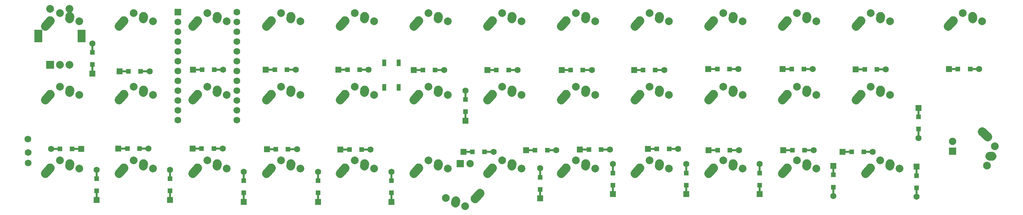
<source format=gbl>
G04 #@! TF.GenerationSoftware,KiCad,Pcbnew,(5.0.1)-3*
G04 #@! TF.CreationDate,2020-01-05T19:02:12+02:00*
G04 #@! TF.ProjectId,Memekeeb,4D656D656B6565622E6B696361645F70,rev?*
G04 #@! TF.SameCoordinates,Original*
G04 #@! TF.FileFunction,Copper,L2,Bot,Signal*
G04 #@! TF.FilePolarity,Positive*
%FSLAX46Y46*%
G04 Gerber Fmt 4.6, Leading zero omitted, Abs format (unit mm)*
G04 Created by KiCad (PCBNEW (5.0.1)-3) date 01/05/20 19:02:12*
%MOMM*%
%LPD*%
G01*
G04 APERTURE LIST*
G04 #@! TA.AperFunction,Conductor*
%ADD10R,0.500000X2.500000*%
G04 #@! TD*
G04 #@! TA.AperFunction,ComponentPad*
%ADD11C,1.600000*%
G04 #@! TD*
G04 #@! TA.AperFunction,ComponentPad*
%ADD12R,1.600000X1.600000*%
G04 #@! TD*
G04 #@! TA.AperFunction,SMDPad,CuDef*
%ADD13R,1.200000X1.200000*%
G04 #@! TD*
G04 #@! TA.AperFunction,Conductor*
%ADD14R,2.500000X0.500000*%
G04 #@! TD*
G04 #@! TA.AperFunction,ComponentPad*
%ADD15C,2.250000*%
G04 #@! TD*
G04 #@! TA.AperFunction,Conductor*
%ADD16C,2.250000*%
G04 #@! TD*
G04 #@! TA.AperFunction,ComponentPad*
%ADD17C,2.000000*%
G04 #@! TD*
G04 #@! TA.AperFunction,ComponentPad*
%ADD18C,1.905000*%
G04 #@! TD*
G04 #@! TA.AperFunction,ComponentPad*
%ADD19R,1.905000X1.905000*%
G04 #@! TD*
G04 #@! TA.AperFunction,ComponentPad*
%ADD20R,2.000000X2.000000*%
G04 #@! TD*
G04 #@! TA.AperFunction,ComponentPad*
%ADD21R,2.000000X3.200000*%
G04 #@! TD*
G04 #@! TA.AperFunction,ComponentPad*
%ADD22R,1.752600X1.752600*%
G04 #@! TD*
G04 #@! TA.AperFunction,ComponentPad*
%ADD23C,1.752600*%
G04 #@! TD*
G04 #@! TA.AperFunction,SMDPad,CuDef*
%ADD24R,1.000000X1.700000*%
G04 #@! TD*
G04 APERTURE END LIST*
D10*
G04 #@! TO.N,Net-(D1-Pad2)*
G04 #@! TO.C,D1*
X70300000Y-69800000D03*
G04 #@! TO.N,RowA*
X70300000Y-75200000D03*
D11*
G04 #@! TD*
G04 #@! TO.P,D1,2*
G04 #@! TO.N,Net-(D1-Pad2)*
X70300000Y-68600000D03*
D12*
G04 #@! TO.P,D1,1*
G04 #@! TO.N,RowA*
X70300000Y-76400000D03*
D13*
X70300000Y-74075000D03*
G04 #@! TO.P,D1,2*
G04 #@! TO.N,Net-(D1-Pad2)*
X70300000Y-70925000D03*
G04 #@! TD*
D14*
G04 #@! TO.N,Net-(D2-Pad2)*
G04 #@! TO.C,D2*
X83900000Y-75800000D03*
G04 #@! TO.N,RowA*
X78500000Y-75800000D03*
D11*
G04 #@! TD*
G04 #@! TO.P,D2,2*
G04 #@! TO.N,Net-(D2-Pad2)*
X85100000Y-75800000D03*
D12*
G04 #@! TO.P,D2,1*
G04 #@! TO.N,RowA*
X77300000Y-75800000D03*
D13*
X79625000Y-75800000D03*
G04 #@! TO.P,D2,2*
G04 #@! TO.N,Net-(D2-Pad2)*
X82775000Y-75800000D03*
G04 #@! TD*
D14*
G04 #@! TO.N,Net-(D3-Pad2)*
G04 #@! TO.C,D3*
X102900000Y-75400000D03*
G04 #@! TO.N,RowA*
X97500000Y-75400000D03*
D11*
G04 #@! TD*
G04 #@! TO.P,D3,2*
G04 #@! TO.N,Net-(D3-Pad2)*
X104100000Y-75400000D03*
D12*
G04 #@! TO.P,D3,1*
G04 #@! TO.N,RowA*
X96300000Y-75400000D03*
D13*
X98625000Y-75400000D03*
G04 #@! TO.P,D3,2*
G04 #@! TO.N,Net-(D3-Pad2)*
X101775000Y-75400000D03*
G04 #@! TD*
D14*
G04 #@! TO.N,Net-(D4-Pad2)*
G04 #@! TO.C,D4*
X121700000Y-75400000D03*
G04 #@! TO.N,RowA*
X116300000Y-75400000D03*
D11*
G04 #@! TD*
G04 #@! TO.P,D4,2*
G04 #@! TO.N,Net-(D4-Pad2)*
X122900000Y-75400000D03*
D12*
G04 #@! TO.P,D4,1*
G04 #@! TO.N,RowA*
X115100000Y-75400000D03*
D13*
X117425000Y-75400000D03*
G04 #@! TO.P,D4,2*
G04 #@! TO.N,Net-(D4-Pad2)*
X120575000Y-75400000D03*
G04 #@! TD*
D14*
G04 #@! TO.N,Net-(D5-Pad2)*
G04 #@! TO.C,D5*
X140500000Y-75400000D03*
G04 #@! TO.N,RowA*
X135100000Y-75400000D03*
D11*
G04 #@! TD*
G04 #@! TO.P,D5,2*
G04 #@! TO.N,Net-(D5-Pad2)*
X141700000Y-75400000D03*
D12*
G04 #@! TO.P,D5,1*
G04 #@! TO.N,RowA*
X133900000Y-75400000D03*
D13*
X136225000Y-75400000D03*
G04 #@! TO.P,D5,2*
G04 #@! TO.N,Net-(D5-Pad2)*
X139375000Y-75400000D03*
G04 #@! TD*
G04 #@! TO.P,D6,2*
G04 #@! TO.N,Net-(D6-Pad2)*
X158875000Y-75500000D03*
G04 #@! TO.P,D6,1*
G04 #@! TO.N,RowA*
X155725000Y-75500000D03*
D12*
X153400000Y-75500000D03*
D11*
G04 #@! TO.P,D6,2*
G04 #@! TO.N,Net-(D6-Pad2)*
X161200000Y-75500000D03*
D14*
G04 #@! TD*
G04 #@! TO.N,RowA*
G04 #@! TO.C,D6*
X154600000Y-75500000D03*
G04 #@! TO.N,Net-(D6-Pad2)*
G04 #@! TO.C,D6*
X160000000Y-75500000D03*
G04 #@! TD*
D13*
G04 #@! TO.P,D7,2*
G04 #@! TO.N,Net-(D7-Pad2)*
X177875000Y-75500000D03*
G04 #@! TO.P,D7,1*
G04 #@! TO.N,RowA*
X174725000Y-75500000D03*
D12*
X172400000Y-75500000D03*
D11*
G04 #@! TO.P,D7,2*
G04 #@! TO.N,Net-(D7-Pad2)*
X180200000Y-75500000D03*
D14*
G04 #@! TD*
G04 #@! TO.N,RowA*
G04 #@! TO.C,D7*
X173600000Y-75500000D03*
G04 #@! TO.N,Net-(D7-Pad2)*
G04 #@! TO.C,D7*
X179000000Y-75500000D03*
G04 #@! TD*
D13*
G04 #@! TO.P,D8,2*
G04 #@! TO.N,Net-(D8-Pad2)*
X197075000Y-75500000D03*
G04 #@! TO.P,D8,1*
G04 #@! TO.N,RowA*
X193925000Y-75500000D03*
D12*
X191600000Y-75500000D03*
D11*
G04 #@! TO.P,D8,2*
G04 #@! TO.N,Net-(D8-Pad2)*
X199400000Y-75500000D03*
D14*
G04 #@! TD*
G04 #@! TO.N,RowA*
G04 #@! TO.C,D8*
X192800000Y-75500000D03*
G04 #@! TO.N,Net-(D8-Pad2)*
G04 #@! TO.C,D8*
X198200000Y-75500000D03*
G04 #@! TD*
D13*
G04 #@! TO.P,D9,2*
G04 #@! TO.N,Net-(D9-Pad2)*
X215775000Y-75500000D03*
G04 #@! TO.P,D9,1*
G04 #@! TO.N,RowA*
X212625000Y-75500000D03*
D12*
X210300000Y-75500000D03*
D11*
G04 #@! TO.P,D9,2*
G04 #@! TO.N,Net-(D9-Pad2)*
X218100000Y-75500000D03*
D14*
G04 #@! TD*
G04 #@! TO.N,RowA*
G04 #@! TO.C,D9*
X211500000Y-75500000D03*
G04 #@! TO.N,Net-(D9-Pad2)*
G04 #@! TO.C,D9*
X216900000Y-75500000D03*
G04 #@! TD*
D13*
G04 #@! TO.P,D10,2*
G04 #@! TO.N,Net-(D10-Pad2)*
X234975000Y-75200000D03*
G04 #@! TO.P,D10,1*
G04 #@! TO.N,RowA*
X231825000Y-75200000D03*
D12*
X229500000Y-75200000D03*
D11*
G04 #@! TO.P,D10,2*
G04 #@! TO.N,Net-(D10-Pad2)*
X237300000Y-75200000D03*
D14*
G04 #@! TD*
G04 #@! TO.N,RowA*
G04 #@! TO.C,D10*
X230700000Y-75200000D03*
G04 #@! TO.N,Net-(D10-Pad2)*
G04 #@! TO.C,D10*
X236100000Y-75200000D03*
G04 #@! TD*
D13*
G04 #@! TO.P,D11,2*
G04 #@! TO.N,Net-(D11-Pad2)*
X254175000Y-75200000D03*
G04 #@! TO.P,D11,1*
G04 #@! TO.N,RowD*
X251025000Y-75200000D03*
D12*
X248700000Y-75200000D03*
D11*
G04 #@! TO.P,D11,2*
G04 #@! TO.N,Net-(D11-Pad2)*
X256500000Y-75200000D03*
D14*
G04 #@! TD*
G04 #@! TO.N,RowD*
G04 #@! TO.C,D11*
X249900000Y-75200000D03*
G04 #@! TO.N,Net-(D11-Pad2)*
G04 #@! TO.C,D11*
X255300000Y-75200000D03*
G04 #@! TD*
D13*
G04 #@! TO.P,D12,2*
G04 #@! TO.N,Net-(D12-Pad2)*
X273075000Y-75300000D03*
G04 #@! TO.P,D12,1*
G04 #@! TO.N,RowD*
X269925000Y-75300000D03*
D12*
X267600000Y-75300000D03*
D11*
G04 #@! TO.P,D12,2*
G04 #@! TO.N,Net-(D12-Pad2)*
X275400000Y-75300000D03*
D14*
G04 #@! TD*
G04 #@! TO.N,RowD*
G04 #@! TO.C,D12*
X268800000Y-75300000D03*
G04 #@! TO.N,Net-(D12-Pad2)*
G04 #@! TO.C,D12*
X274200000Y-75300000D03*
G04 #@! TD*
D13*
G04 #@! TO.P,D13,2*
G04 #@! TO.N,Net-(D13-Pad2)*
X297175000Y-75200000D03*
G04 #@! TO.P,D13,1*
G04 #@! TO.N,RowD*
X294025000Y-75200000D03*
D12*
X291700000Y-75200000D03*
D11*
G04 #@! TO.P,D13,2*
G04 #@! TO.N,Net-(D13-Pad2)*
X299500000Y-75200000D03*
D14*
G04 #@! TD*
G04 #@! TO.N,RowD*
G04 #@! TO.C,D13*
X292900000Y-75200000D03*
G04 #@! TO.N,Net-(D13-Pad2)*
G04 #@! TO.C,D13*
X298300000Y-75200000D03*
G04 #@! TD*
D13*
G04 #@! TO.P,D14,2*
G04 #@! TO.N,Net-(D14-Pad2)*
X61925000Y-95900000D03*
G04 #@! TO.P,D14,1*
G04 #@! TO.N,RowB*
X65075000Y-95900000D03*
D12*
X67400000Y-95900000D03*
D11*
G04 #@! TO.P,D14,2*
G04 #@! TO.N,Net-(D14-Pad2)*
X59600000Y-95900000D03*
D14*
G04 #@! TD*
G04 #@! TO.N,RowB*
G04 #@! TO.C,D14*
X66200000Y-95900000D03*
G04 #@! TO.N,Net-(D14-Pad2)*
G04 #@! TO.C,D14*
X60800000Y-95900000D03*
G04 #@! TD*
D13*
G04 #@! TO.P,D15,2*
G04 #@! TO.N,Net-(D15-Pad2)*
X82475000Y-95800000D03*
G04 #@! TO.P,D15,1*
G04 #@! TO.N,RowB*
X79325000Y-95800000D03*
D12*
X77000000Y-95800000D03*
D11*
G04 #@! TO.P,D15,2*
G04 #@! TO.N,Net-(D15-Pad2)*
X84800000Y-95800000D03*
D14*
G04 #@! TD*
G04 #@! TO.N,RowB*
G04 #@! TO.C,D15*
X78200000Y-95800000D03*
G04 #@! TO.N,Net-(D15-Pad2)*
G04 #@! TO.C,D15*
X83600000Y-95800000D03*
G04 #@! TD*
D13*
G04 #@! TO.P,D16,2*
G04 #@! TO.N,Net-(D16-Pad2)*
X101675000Y-95800000D03*
G04 #@! TO.P,D16,1*
G04 #@! TO.N,RowB*
X98525000Y-95800000D03*
D12*
X96200000Y-95800000D03*
D11*
G04 #@! TO.P,D16,2*
G04 #@! TO.N,Net-(D16-Pad2)*
X104000000Y-95800000D03*
D14*
G04 #@! TD*
G04 #@! TO.N,RowB*
G04 #@! TO.C,D16*
X97400000Y-95800000D03*
G04 #@! TO.N,Net-(D16-Pad2)*
G04 #@! TO.C,D16*
X102800000Y-95800000D03*
G04 #@! TD*
D13*
G04 #@! TO.P,D17,2*
G04 #@! TO.N,Net-(D17-Pad2)*
X120875000Y-96000000D03*
G04 #@! TO.P,D17,1*
G04 #@! TO.N,RowB*
X117725000Y-96000000D03*
D12*
X115400000Y-96000000D03*
D11*
G04 #@! TO.P,D17,2*
G04 #@! TO.N,Net-(D17-Pad2)*
X123200000Y-96000000D03*
D14*
G04 #@! TD*
G04 #@! TO.N,RowB*
G04 #@! TO.C,D17*
X116600000Y-96000000D03*
G04 #@! TO.N,Net-(D17-Pad2)*
G04 #@! TO.C,D17*
X122000000Y-96000000D03*
G04 #@! TD*
D13*
G04 #@! TO.P,D18,2*
G04 #@! TO.N,Net-(D18-Pad2)*
X139875000Y-96100000D03*
G04 #@! TO.P,D18,1*
G04 #@! TO.N,RowB*
X136725000Y-96100000D03*
D12*
X134400000Y-96100000D03*
D11*
G04 #@! TO.P,D18,2*
G04 #@! TO.N,Net-(D18-Pad2)*
X142200000Y-96100000D03*
D14*
G04 #@! TD*
G04 #@! TO.N,RowB*
G04 #@! TO.C,D18*
X135600000Y-96100000D03*
G04 #@! TO.N,Net-(D18-Pad2)*
G04 #@! TO.C,D18*
X141000000Y-96100000D03*
G04 #@! TD*
D13*
G04 #@! TO.P,D19,2*
G04 #@! TO.N,Net-(D19-Pad2)*
X166700000Y-83125000D03*
G04 #@! TO.P,D19,1*
G04 #@! TO.N,RowB*
X166700000Y-86275000D03*
D12*
X166700000Y-88600000D03*
D11*
G04 #@! TO.P,D19,2*
G04 #@! TO.N,Net-(D19-Pad2)*
X166700000Y-80800000D03*
D10*
G04 #@! TD*
G04 #@! TO.N,RowB*
G04 #@! TO.C,D19*
X166700000Y-87400000D03*
G04 #@! TO.N,Net-(D19-Pad2)*
G04 #@! TO.C,D19*
X166700000Y-82000000D03*
G04 #@! TD*
D13*
G04 #@! TO.P,D20,2*
G04 #@! TO.N,Net-(D20-Pad2)*
X187875000Y-96200000D03*
G04 #@! TO.P,D20,1*
G04 #@! TO.N,RowB*
X184725000Y-96200000D03*
D12*
X182400000Y-96200000D03*
D11*
G04 #@! TO.P,D20,2*
G04 #@! TO.N,Net-(D20-Pad2)*
X190200000Y-96200000D03*
D14*
G04 #@! TD*
G04 #@! TO.N,RowB*
G04 #@! TO.C,D20*
X183600000Y-96200000D03*
G04 #@! TO.N,Net-(D20-Pad2)*
G04 #@! TO.C,D20*
X189000000Y-96200000D03*
G04 #@! TD*
G04 #@! TO.N,Net-(D21-Pad2)*
G04 #@! TO.C,D21*
X202900000Y-96100000D03*
G04 #@! TO.N,RowB*
X197500000Y-96100000D03*
D11*
G04 #@! TD*
G04 #@! TO.P,D21,2*
G04 #@! TO.N,Net-(D21-Pad2)*
X204100000Y-96100000D03*
D12*
G04 #@! TO.P,D21,1*
G04 #@! TO.N,RowB*
X196300000Y-96100000D03*
D13*
X198625000Y-96100000D03*
G04 #@! TO.P,D21,2*
G04 #@! TO.N,Net-(D21-Pad2)*
X201775000Y-96100000D03*
G04 #@! TD*
D14*
G04 #@! TO.N,Net-(D22-Pad2)*
G04 #@! TO.C,D22*
X220500000Y-95900000D03*
G04 #@! TO.N,RowB*
X215100000Y-95900000D03*
D11*
G04 #@! TD*
G04 #@! TO.P,D22,2*
G04 #@! TO.N,Net-(D22-Pad2)*
X221700000Y-95900000D03*
D12*
G04 #@! TO.P,D22,1*
G04 #@! TO.N,RowB*
X213900000Y-95900000D03*
D13*
X216225000Y-95900000D03*
G04 #@! TO.P,D22,2*
G04 #@! TO.N,Net-(D22-Pad2)*
X219375000Y-95900000D03*
G04 #@! TD*
D14*
G04 #@! TO.N,Net-(D23-Pad2)*
G04 #@! TO.C,D23*
X236200000Y-96200000D03*
G04 #@! TO.N,RowB*
X230800000Y-96200000D03*
D11*
G04 #@! TD*
G04 #@! TO.P,D23,2*
G04 #@! TO.N,Net-(D23-Pad2)*
X237400000Y-96200000D03*
D12*
G04 #@! TO.P,D23,1*
G04 #@! TO.N,RowB*
X229600000Y-96200000D03*
D13*
X231925000Y-96200000D03*
G04 #@! TO.P,D23,2*
G04 #@! TO.N,Net-(D23-Pad2)*
X235075000Y-96200000D03*
G04 #@! TD*
D14*
G04 #@! TO.N,Net-(D24-Pad2)*
G04 #@! TO.C,D24*
X255500000Y-96200000D03*
G04 #@! TO.N,RowD*
X250100000Y-96200000D03*
D11*
G04 #@! TD*
G04 #@! TO.P,D24,2*
G04 #@! TO.N,Net-(D24-Pad2)*
X256700000Y-96200000D03*
D12*
G04 #@! TO.P,D24,1*
G04 #@! TO.N,RowD*
X248900000Y-96200000D03*
D13*
X251225000Y-96200000D03*
G04 #@! TO.P,D24,2*
G04 #@! TO.N,Net-(D24-Pad2)*
X254375000Y-96200000D03*
G04 #@! TD*
D14*
G04 #@! TO.N,Net-(D25-Pad2)*
G04 #@! TO.C,D25*
X270800000Y-96700000D03*
G04 #@! TO.N,RowD*
X265400000Y-96700000D03*
D11*
G04 #@! TD*
G04 #@! TO.P,D25,2*
G04 #@! TO.N,Net-(D25-Pad2)*
X272000000Y-96700000D03*
D12*
G04 #@! TO.P,D25,1*
G04 #@! TO.N,RowD*
X264200000Y-96700000D03*
D13*
X266525000Y-96700000D03*
G04 #@! TO.P,D25,2*
G04 #@! TO.N,Net-(D25-Pad2)*
X269675000Y-96700000D03*
G04 #@! TD*
D10*
G04 #@! TO.N,Net-(D27-Pad2)*
G04 #@! TO.C,D27*
X71400000Y-102500000D03*
G04 #@! TO.N,RowC*
X71400000Y-107900000D03*
D11*
G04 #@! TD*
G04 #@! TO.P,D27,2*
G04 #@! TO.N,Net-(D27-Pad2)*
X71400000Y-101300000D03*
D12*
G04 #@! TO.P,D27,1*
G04 #@! TO.N,RowC*
X71400000Y-109100000D03*
D13*
X71400000Y-106775000D03*
G04 #@! TO.P,D27,2*
G04 #@! TO.N,Net-(D27-Pad2)*
X71400000Y-103625000D03*
G04 #@! TD*
D10*
G04 #@! TO.N,Net-(D28-Pad2)*
G04 #@! TO.C,D28*
X90400000Y-102500000D03*
G04 #@! TO.N,RowC*
X90400000Y-107900000D03*
D11*
G04 #@! TD*
G04 #@! TO.P,D28,2*
G04 #@! TO.N,Net-(D28-Pad2)*
X90400000Y-101300000D03*
D12*
G04 #@! TO.P,D28,1*
G04 #@! TO.N,RowC*
X90400000Y-109100000D03*
D13*
X90400000Y-106775000D03*
G04 #@! TO.P,D28,2*
G04 #@! TO.N,Net-(D28-Pad2)*
X90400000Y-103625000D03*
G04 #@! TD*
D10*
G04 #@! TO.N,Net-(D29-Pad2)*
G04 #@! TO.C,D29*
X109400000Y-103000000D03*
G04 #@! TO.N,RowC*
X109400000Y-108400000D03*
D11*
G04 #@! TD*
G04 #@! TO.P,D29,2*
G04 #@! TO.N,Net-(D29-Pad2)*
X109400000Y-101800000D03*
D12*
G04 #@! TO.P,D29,1*
G04 #@! TO.N,RowC*
X109400000Y-109600000D03*
D13*
X109400000Y-107275000D03*
G04 #@! TO.P,D29,2*
G04 #@! TO.N,Net-(D29-Pad2)*
X109400000Y-104125000D03*
G04 #@! TD*
D10*
G04 #@! TO.N,Net-(D30-Pad2)*
G04 #@! TO.C,D30*
X128600000Y-103000000D03*
G04 #@! TO.N,RowC*
X128600000Y-108400000D03*
D11*
G04 #@! TD*
G04 #@! TO.P,D30,2*
G04 #@! TO.N,Net-(D30-Pad2)*
X128600000Y-101800000D03*
D12*
G04 #@! TO.P,D30,1*
G04 #@! TO.N,RowC*
X128600000Y-109600000D03*
D13*
X128600000Y-107275000D03*
G04 #@! TO.P,D30,2*
G04 #@! TO.N,Net-(D30-Pad2)*
X128600000Y-104125000D03*
G04 #@! TD*
D10*
G04 #@! TO.N,Net-(D31-Pad2)*
G04 #@! TO.C,D31*
X147600000Y-103000000D03*
G04 #@! TO.N,RowC*
X147600000Y-108400000D03*
D11*
G04 #@! TD*
G04 #@! TO.P,D31,2*
G04 #@! TO.N,Net-(D31-Pad2)*
X147600000Y-101800000D03*
D12*
G04 #@! TO.P,D31,1*
G04 #@! TO.N,RowC*
X147600000Y-109600000D03*
D13*
X147600000Y-107275000D03*
G04 #@! TO.P,D31,2*
G04 #@! TO.N,Net-(D31-Pad2)*
X147600000Y-104125000D03*
G04 #@! TD*
D14*
G04 #@! TO.N,Net-(D32-Pad2)*
G04 #@! TO.C,D32*
X172800000Y-96700000D03*
G04 #@! TO.N,RowC*
X167400000Y-96700000D03*
D11*
G04 #@! TD*
G04 #@! TO.P,D32,2*
G04 #@! TO.N,Net-(D32-Pad2)*
X174000000Y-96700000D03*
D12*
G04 #@! TO.P,D32,1*
G04 #@! TO.N,RowC*
X166200000Y-96700000D03*
D13*
X168525000Y-96700000D03*
G04 #@! TO.P,D32,2*
G04 #@! TO.N,Net-(D32-Pad2)*
X171675000Y-96700000D03*
G04 #@! TD*
D10*
G04 #@! TO.N,Net-(D33-Pad2)*
G04 #@! TO.C,D33*
X186000000Y-102100000D03*
G04 #@! TO.N,RowC*
X186000000Y-107500000D03*
D11*
G04 #@! TD*
G04 #@! TO.P,D33,2*
G04 #@! TO.N,Net-(D33-Pad2)*
X186000000Y-100900000D03*
D12*
G04 #@! TO.P,D33,1*
G04 #@! TO.N,RowC*
X186000000Y-108700000D03*
D13*
X186000000Y-106375000D03*
G04 #@! TO.P,D33,2*
G04 #@! TO.N,Net-(D33-Pad2)*
X186000000Y-103225000D03*
G04 #@! TD*
D10*
G04 #@! TO.N,Net-(D34-Pad2)*
G04 #@! TO.C,D34*
X204800000Y-101000000D03*
G04 #@! TO.N,RowC*
X204800000Y-106400000D03*
D11*
G04 #@! TD*
G04 #@! TO.P,D34,2*
G04 #@! TO.N,Net-(D34-Pad2)*
X204800000Y-99800000D03*
D12*
G04 #@! TO.P,D34,1*
G04 #@! TO.N,RowC*
X204800000Y-107600000D03*
D13*
X204800000Y-105275000D03*
G04 #@! TO.P,D34,2*
G04 #@! TO.N,Net-(D34-Pad2)*
X204800000Y-102125000D03*
G04 #@! TD*
D10*
G04 #@! TO.N,Net-(D35-Pad2)*
G04 #@! TO.C,D35*
X223800000Y-101000000D03*
G04 #@! TO.N,RowC*
X223800000Y-106400000D03*
D11*
G04 #@! TD*
G04 #@! TO.P,D35,2*
G04 #@! TO.N,Net-(D35-Pad2)*
X223800000Y-99800000D03*
D12*
G04 #@! TO.P,D35,1*
G04 #@! TO.N,RowC*
X223800000Y-107600000D03*
D13*
X223800000Y-105275000D03*
G04 #@! TO.P,D35,2*
G04 #@! TO.N,Net-(D35-Pad2)*
X223800000Y-102125000D03*
G04 #@! TD*
G04 #@! TO.P,D36,2*
G04 #@! TO.N,Net-(D36-Pad2)*
X242800000Y-102125000D03*
G04 #@! TO.P,D36,1*
G04 #@! TO.N,RowC*
X242800000Y-105275000D03*
D12*
X242800000Y-107600000D03*
D11*
G04 #@! TO.P,D36,2*
G04 #@! TO.N,Net-(D36-Pad2)*
X242800000Y-99800000D03*
D10*
G04 #@! TD*
G04 #@! TO.N,RowC*
G04 #@! TO.C,D36*
X242800000Y-106400000D03*
G04 #@! TO.N,Net-(D36-Pad2)*
G04 #@! TO.C,D36*
X242800000Y-101000000D03*
G04 #@! TD*
D13*
G04 #@! TO.P,D37,2*
G04 #@! TO.N,Net-(D37-Pad2)*
X261800000Y-105775000D03*
G04 #@! TO.P,D37,1*
G04 #@! TO.N,RowD*
X261800000Y-102625000D03*
D12*
X261800000Y-100300000D03*
D11*
G04 #@! TO.P,D37,2*
G04 #@! TO.N,Net-(D37-Pad2)*
X261800000Y-108100000D03*
D10*
G04 #@! TD*
G04 #@! TO.N,RowD*
G04 #@! TO.C,D37*
X261800000Y-101500000D03*
G04 #@! TO.N,Net-(D37-Pad2)*
G04 #@! TO.C,D37*
X261800000Y-106900000D03*
G04 #@! TD*
D13*
G04 #@! TO.P,D_1.25u1,2*
G04 #@! TO.N,Net-(D_1.25u1-Pad2)*
X283300000Y-105975000D03*
G04 #@! TO.P,D_1.25u1,1*
G04 #@! TO.N,RowD*
X283300000Y-102825000D03*
D12*
X283300000Y-100500000D03*
D11*
G04 #@! TO.P,D_1.25u1,2*
G04 #@! TO.N,Net-(D_1.25u1-Pad2)*
X283300000Y-108300000D03*
D10*
G04 #@! TD*
G04 #@! TO.N,RowD*
G04 #@! TO.C,D_1.25u1*
X283300000Y-101700000D03*
G04 #@! TO.N,Net-(D_1.25u1-Pad2)*
G04 #@! TO.C,D_1.25u1*
X283300000Y-107100000D03*
G04 #@! TD*
D15*
G04 #@! TO.P,K_2Uspc1,2*
G04 #@! TO.N,Net-(D32-Pad2)*
X164167729Y-109565016D03*
D16*
G04 #@! TD*
G04 #@! TO.N,Net-(D32-Pad2)*
G04 #@! TO.C,K_2Uspc1*
X164187500Y-109275000D02*
X164147958Y-109855032D01*
D15*
G04 #@! TO.P,K_2Uspc1,2*
G04 #@! TO.N,Net-(D32-Pad2)*
X164147500Y-109855000D03*
G04 #@! TO.P,K_2Uspc1,1*
G04 #@! TO.N,ColF*
X169842505Y-108045004D03*
D16*
G04 #@! TD*
G04 #@! TO.N,ColF*
G04 #@! TO.C,K_2Uspc1*
X170497500Y-107315000D02*
X169187510Y-108775008D01*
D15*
G04 #@! TO.P,K_2Uspc1,1*
G04 #@! TO.N,ColF*
X169187500Y-108775000D03*
D17*
G04 #@! TO.P,K_2Uspc1,2*
G04 #@! TO.N,Net-(D32-Pad2)*
X161687500Y-108575000D03*
G04 #@! TO.P,K_2Uspc1,1*
G04 #@! TO.N,ColF*
X166687500Y-110675000D03*
D18*
G04 #@! TO.P,K_2Uspc1,3*
G04 #@! TO.N,N/C*
X167957500Y-99695000D03*
D19*
G04 #@! TO.P,K_2Uspc1,4*
X165417500Y-99695000D03*
G04 #@! TD*
D20*
G04 #@! TO.P,K_ENC1,A*
G04 #@! TO.N,EncA*
X59412500Y-74175000D03*
D17*
G04 #@! TO.P,K_ENC1,C*
G04 #@! TO.N,GND*
X61912500Y-74175000D03*
G04 #@! TO.P,K_ENC1,B*
G04 #@! TO.N,EncB*
X64412500Y-74175000D03*
D21*
G04 #@! TO.P,K_ENC1,MP*
G04 #@! TO.N,N/C*
X56312500Y-66675000D03*
X67512500Y-66675000D03*
D17*
G04 #@! TO.P,K_ENC1,S2*
G04 #@! TO.N,RowA*
X59412500Y-59675000D03*
G04 #@! TO.P,K_ENC1,S1*
G04 #@! TO.N,ColA*
X64412500Y-59675000D03*
G04 #@! TD*
D22*
G04 #@! TO.P,MCU_Pro_Micr0,1*
G04 #@! TO.N,EncA*
X92380000Y-60530000D03*
D23*
G04 #@! TO.P,MCU_Pro_Micr0,2*
G04 #@! TO.N,EncB*
X92380000Y-63070000D03*
G04 #@! TO.P,MCU_Pro_Micr0,3*
G04 #@! TO.N,Net-(MCU_Pro_Micr0-Pad3)*
X92380000Y-65610000D03*
G04 #@! TO.P,MCU_Pro_Micr0,4*
G04 #@! TO.N,Net-(MCU_Pro_Micr0-Pad4)*
X92380000Y-68150000D03*
G04 #@! TO.P,MCU_Pro_Micr0,5*
G04 #@! TO.N,RGB*
X92380000Y-70690000D03*
G04 #@! TO.P,MCU_Pro_Micr0,6*
G04 #@! TO.N,Net-(MCU_Pro_Micr0-Pad6)*
X92380000Y-73230000D03*
G04 #@! TO.P,MCU_Pro_Micr0,7*
G04 #@! TO.N,RowA*
X92380000Y-75770000D03*
G04 #@! TO.P,MCU_Pro_Micr0,8*
G04 #@! TO.N,RowB*
X92380000Y-78310000D03*
G04 #@! TO.P,MCU_Pro_Micr0,9*
G04 #@! TO.N,RowC*
X92380000Y-80850000D03*
G04 #@! TO.P,MCU_Pro_Micr0,10*
G04 #@! TO.N,RowD*
X92380000Y-83390000D03*
G04 #@! TO.P,MCU_Pro_Micr0,11*
G04 #@! TO.N,ColA*
X92380000Y-85930000D03*
G04 #@! TO.P,MCU_Pro_Micr0,13*
G04 #@! TO.N,ColJ*
X107620000Y-88470000D03*
G04 #@! TO.P,MCU_Pro_Micr0,14*
G04 #@! TO.N,ColI*
X107620000Y-85930000D03*
G04 #@! TO.P,MCU_Pro_Micr0,15*
G04 #@! TO.N,ColH*
X107620000Y-83390000D03*
G04 #@! TO.P,MCU_Pro_Micr0,16*
G04 #@! TO.N,ColG*
X107620000Y-80850000D03*
G04 #@! TO.P,MCU_Pro_Micr0,17*
G04 #@! TO.N,ColF*
X107620000Y-78310000D03*
G04 #@! TO.P,MCU_Pro_Micr0,18*
G04 #@! TO.N,ColC*
X107620000Y-75770000D03*
G04 #@! TO.P,MCU_Pro_Micr0,19*
G04 #@! TO.N,ColD*
X107620000Y-73230000D03*
G04 #@! TO.P,MCU_Pro_Micr0,20*
G04 #@! TO.N,ColE*
X107620000Y-70690000D03*
G04 #@! TO.P,MCU_Pro_Micr0,21*
G04 #@! TO.N,RGB_PWR*
X107620000Y-68150000D03*
G04 #@! TO.P,MCU_Pro_Micr0,22*
G04 #@! TO.N,RST*
X107620000Y-65610000D03*
G04 #@! TO.P,MCU_Pro_Micr0,23*
G04 #@! TO.N,GND*
X107620000Y-63070000D03*
G04 #@! TO.P,MCU_Pro_Micr0,12*
G04 #@! TO.N,ColB*
X92380000Y-88470000D03*
G04 #@! TO.P,MCU_Pro_Micr0,24*
G04 #@! TO.N,Net-(MCU_Pro_Micr0-Pad24)*
X107620000Y-60530000D03*
G04 #@! TD*
D24*
G04 #@! TO.P,SW_RST1,1*
G04 #@! TO.N,GND*
X145700000Y-73650000D03*
X145700000Y-79950000D03*
G04 #@! TO.P,SW_RST1,2*
G04 #@! TO.N,RST*
X149500000Y-73650000D03*
X149500000Y-79950000D03*
G04 #@! TD*
D15*
G04 #@! TO.P,K_ISOENTER1,2*
G04 #@! TO.N,Net-(D_ISOENTR1-Pad2)*
X302490016Y-97769771D03*
D16*
G04 #@! TD*
G04 #@! TO.N,Net-(D_ISOENTR1-Pad2)*
G04 #@! TO.C,K_ISOENTER1*
X302200000Y-97750000D02*
X302780032Y-97789542D01*
D15*
G04 #@! TO.P,K_ISOENTER1,2*
G04 #@! TO.N,Net-(D_ISOENTR1-Pad2)*
X302780000Y-97790000D03*
G04 #@! TO.P,K_ISOENTER1,1*
G04 #@! TO.N,ColF*
X300970004Y-92094995D03*
D16*
G04 #@! TD*
G04 #@! TO.N,ColF*
G04 #@! TO.C,K_ISOENTER1*
X300240000Y-91440000D02*
X301700008Y-92749990D01*
D15*
G04 #@! TO.P,K_ISOENTER1,1*
G04 #@! TO.N,ColF*
X301700000Y-92750000D03*
D17*
G04 #@! TO.P,K_ISOENTER1,2*
G04 #@! TO.N,Net-(D_ISOENTR1-Pad2)*
X301500000Y-100250000D03*
G04 #@! TO.P,K_ISOENTER1,1*
G04 #@! TO.N,ColF*
X303600000Y-95250000D03*
D18*
G04 #@! TO.P,K_ISOENTER1,3*
G04 #@! TO.N,N/C*
X292620000Y-93980000D03*
D19*
G04 #@! TO.P,K_ISOENTER1,4*
X292620000Y-96520000D03*
G04 #@! TD*
D15*
G04 #@! TO.P,K1,1*
G04 #@! TO.N,ColA*
X64432271Y-61884984D03*
D16*
G04 #@! TD*
G04 #@! TO.N,ColA*
G04 #@! TO.C,K1*
X64412500Y-62175000D02*
X64452042Y-61594968D01*
D15*
G04 #@! TO.P,K1,1*
G04 #@! TO.N,ColA*
X64452500Y-61595000D03*
G04 #@! TO.P,K1,2*
G04 #@! TO.N,Net-(D1-Pad2)*
X58757495Y-63404996D03*
D16*
G04 #@! TD*
G04 #@! TO.N,Net-(D1-Pad2)*
G04 #@! TO.C,K1*
X58102500Y-64135000D02*
X59412490Y-62674992D01*
D15*
G04 #@! TO.P,K1,2*
G04 #@! TO.N,Net-(D1-Pad2)*
X59412500Y-62675000D03*
D17*
G04 #@! TO.P,K1,1*
G04 #@! TO.N,ColA*
X66912500Y-62875000D03*
G04 #@! TO.P,K1,2*
G04 #@! TO.N,Net-(D1-Pad2)*
X61912500Y-60775000D03*
G04 #@! TD*
G04 #@! TO.P,K2,2*
G04 #@! TO.N,Net-(D2-Pad2)*
X80962500Y-60775000D03*
G04 #@! TO.P,K2,1*
G04 #@! TO.N,ColB*
X85962500Y-62875000D03*
D15*
G04 #@! TO.P,K2,2*
G04 #@! TO.N,Net-(D2-Pad2)*
X78462500Y-62675000D03*
X77807495Y-63404996D03*
D16*
G04 #@! TD*
G04 #@! TO.N,Net-(D2-Pad2)*
G04 #@! TO.C,K2*
X77152500Y-64135000D02*
X78462490Y-62674992D01*
D15*
G04 #@! TO.P,K2,1*
G04 #@! TO.N,ColB*
X83502500Y-61595000D03*
X83482271Y-61884984D03*
D16*
G04 #@! TD*
G04 #@! TO.N,ColB*
G04 #@! TO.C,K2*
X83462500Y-62175000D02*
X83502042Y-61594968D01*
D15*
G04 #@! TO.P,K3,1*
G04 #@! TO.N,ColC*
X102532271Y-61884984D03*
D16*
G04 #@! TD*
G04 #@! TO.N,ColC*
G04 #@! TO.C,K3*
X102512500Y-62175000D02*
X102552042Y-61594968D01*
D15*
G04 #@! TO.P,K3,1*
G04 #@! TO.N,ColC*
X102552500Y-61595000D03*
G04 #@! TO.P,K3,2*
G04 #@! TO.N,Net-(D3-Pad2)*
X96857495Y-63404996D03*
D16*
G04 #@! TD*
G04 #@! TO.N,Net-(D3-Pad2)*
G04 #@! TO.C,K3*
X96202500Y-64135000D02*
X97512490Y-62674992D01*
D15*
G04 #@! TO.P,K3,2*
G04 #@! TO.N,Net-(D3-Pad2)*
X97512500Y-62675000D03*
D17*
G04 #@! TO.P,K3,1*
G04 #@! TO.N,ColC*
X105012500Y-62875000D03*
G04 #@! TO.P,K3,2*
G04 #@! TO.N,Net-(D3-Pad2)*
X100012500Y-60775000D03*
G04 #@! TD*
G04 #@! TO.P,K4,2*
G04 #@! TO.N,Net-(D4-Pad2)*
X119062500Y-60775000D03*
G04 #@! TO.P,K4,1*
G04 #@! TO.N,ColD*
X124062500Y-62875000D03*
D15*
G04 #@! TO.P,K4,2*
G04 #@! TO.N,Net-(D4-Pad2)*
X116562500Y-62675000D03*
X115907495Y-63404996D03*
D16*
G04 #@! TD*
G04 #@! TO.N,Net-(D4-Pad2)*
G04 #@! TO.C,K4*
X115252500Y-64135000D02*
X116562490Y-62674992D01*
D15*
G04 #@! TO.P,K4,1*
G04 #@! TO.N,ColD*
X121602500Y-61595000D03*
X121582271Y-61884984D03*
D16*
G04 #@! TD*
G04 #@! TO.N,ColD*
G04 #@! TO.C,K4*
X121562500Y-62175000D02*
X121602042Y-61594968D01*
D17*
G04 #@! TO.P,K5,2*
G04 #@! TO.N,Net-(D5-Pad2)*
X138112500Y-60775000D03*
G04 #@! TO.P,K5,1*
G04 #@! TO.N,ColE*
X143112500Y-62875000D03*
D15*
G04 #@! TO.P,K5,2*
G04 #@! TO.N,Net-(D5-Pad2)*
X135612500Y-62675000D03*
X134957495Y-63404996D03*
D16*
G04 #@! TD*
G04 #@! TO.N,Net-(D5-Pad2)*
G04 #@! TO.C,K5*
X134302500Y-64135000D02*
X135612490Y-62674992D01*
D15*
G04 #@! TO.P,K5,1*
G04 #@! TO.N,ColE*
X140652500Y-61595000D03*
X140632271Y-61884984D03*
D16*
G04 #@! TD*
G04 #@! TO.N,ColE*
G04 #@! TO.C,K5*
X140612500Y-62175000D02*
X140652042Y-61594968D01*
D17*
G04 #@! TO.P,K6,2*
G04 #@! TO.N,Net-(D6-Pad2)*
X157162500Y-60775000D03*
G04 #@! TO.P,K6,1*
G04 #@! TO.N,ColF*
X162162500Y-62875000D03*
D15*
G04 #@! TO.P,K6,2*
G04 #@! TO.N,Net-(D6-Pad2)*
X154662500Y-62675000D03*
X154007495Y-63404996D03*
D16*
G04 #@! TD*
G04 #@! TO.N,Net-(D6-Pad2)*
G04 #@! TO.C,K6*
X153352500Y-64135000D02*
X154662490Y-62674992D01*
D15*
G04 #@! TO.P,K6,1*
G04 #@! TO.N,ColF*
X159702500Y-61595000D03*
X159682271Y-61884984D03*
D16*
G04 #@! TD*
G04 #@! TO.N,ColF*
G04 #@! TO.C,K6*
X159662500Y-62175000D02*
X159702042Y-61594968D01*
D17*
G04 #@! TO.P,K7,2*
G04 #@! TO.N,Net-(D7-Pad2)*
X176212500Y-60775000D03*
G04 #@! TO.P,K7,1*
G04 #@! TO.N,ColG*
X181212500Y-62875000D03*
D15*
G04 #@! TO.P,K7,2*
G04 #@! TO.N,Net-(D7-Pad2)*
X173712500Y-62675000D03*
X173057495Y-63404996D03*
D16*
G04 #@! TD*
G04 #@! TO.N,Net-(D7-Pad2)*
G04 #@! TO.C,K7*
X172402500Y-64135000D02*
X173712490Y-62674992D01*
D15*
G04 #@! TO.P,K7,1*
G04 #@! TO.N,ColG*
X178752500Y-61595000D03*
X178732271Y-61884984D03*
D16*
G04 #@! TD*
G04 #@! TO.N,ColG*
G04 #@! TO.C,K7*
X178712500Y-62175000D02*
X178752042Y-61594968D01*
D17*
G04 #@! TO.P,K8,2*
G04 #@! TO.N,Net-(D8-Pad2)*
X195262500Y-60775000D03*
G04 #@! TO.P,K8,1*
G04 #@! TO.N,ColH*
X200262500Y-62875000D03*
D15*
G04 #@! TO.P,K8,2*
G04 #@! TO.N,Net-(D8-Pad2)*
X192762500Y-62675000D03*
X192107495Y-63404996D03*
D16*
G04 #@! TD*
G04 #@! TO.N,Net-(D8-Pad2)*
G04 #@! TO.C,K8*
X191452500Y-64135000D02*
X192762490Y-62674992D01*
D15*
G04 #@! TO.P,K8,1*
G04 #@! TO.N,ColH*
X197802500Y-61595000D03*
X197782271Y-61884984D03*
D16*
G04 #@! TD*
G04 #@! TO.N,ColH*
G04 #@! TO.C,K8*
X197762500Y-62175000D02*
X197802042Y-61594968D01*
D17*
G04 #@! TO.P,K9,2*
G04 #@! TO.N,Net-(D9-Pad2)*
X214312500Y-60775000D03*
G04 #@! TO.P,K9,1*
G04 #@! TO.N,ColI*
X219312500Y-62875000D03*
D15*
G04 #@! TO.P,K9,2*
G04 #@! TO.N,Net-(D9-Pad2)*
X211812500Y-62675000D03*
X211157495Y-63404996D03*
D16*
G04 #@! TD*
G04 #@! TO.N,Net-(D9-Pad2)*
G04 #@! TO.C,K9*
X210502500Y-64135000D02*
X211812490Y-62674992D01*
D15*
G04 #@! TO.P,K9,1*
G04 #@! TO.N,ColI*
X216852500Y-61595000D03*
X216832271Y-61884984D03*
D16*
G04 #@! TD*
G04 #@! TO.N,ColI*
G04 #@! TO.C,K9*
X216812500Y-62175000D02*
X216852042Y-61594968D01*
D15*
G04 #@! TO.P,K10,1*
G04 #@! TO.N,ColJ*
X235882271Y-61884984D03*
D16*
G04 #@! TD*
G04 #@! TO.N,ColJ*
G04 #@! TO.C,K10*
X235862500Y-62175000D02*
X235902042Y-61594968D01*
D15*
G04 #@! TO.P,K10,1*
G04 #@! TO.N,ColJ*
X235902500Y-61595000D03*
G04 #@! TO.P,K10,2*
G04 #@! TO.N,Net-(D10-Pad2)*
X230207495Y-63404996D03*
D16*
G04 #@! TD*
G04 #@! TO.N,Net-(D10-Pad2)*
G04 #@! TO.C,K10*
X229552500Y-64135000D02*
X230862490Y-62674992D01*
D15*
G04 #@! TO.P,K10,2*
G04 #@! TO.N,Net-(D10-Pad2)*
X230862500Y-62675000D03*
D17*
G04 #@! TO.P,K10,1*
G04 #@! TO.N,ColJ*
X238362500Y-62875000D03*
G04 #@! TO.P,K10,2*
G04 #@! TO.N,Net-(D10-Pad2)*
X233362500Y-60775000D03*
G04 #@! TD*
G04 #@! TO.P,K11,2*
G04 #@! TO.N,Net-(D11-Pad2)*
X252412500Y-60775000D03*
G04 #@! TO.P,K11,1*
G04 #@! TO.N,ColA*
X257412500Y-62875000D03*
D15*
G04 #@! TO.P,K11,2*
G04 #@! TO.N,Net-(D11-Pad2)*
X249912500Y-62675000D03*
X249257495Y-63404996D03*
D16*
G04 #@! TD*
G04 #@! TO.N,Net-(D11-Pad2)*
G04 #@! TO.C,K11*
X248602500Y-64135000D02*
X249912490Y-62674992D01*
D15*
G04 #@! TO.P,K11,1*
G04 #@! TO.N,ColA*
X254952500Y-61595000D03*
X254932271Y-61884984D03*
D16*
G04 #@! TD*
G04 #@! TO.N,ColA*
G04 #@! TO.C,K11*
X254912500Y-62175000D02*
X254952042Y-61594968D01*
D17*
G04 #@! TO.P,K12,2*
G04 #@! TO.N,Net-(D12-Pad2)*
X271462500Y-60775000D03*
G04 #@! TO.P,K12,1*
G04 #@! TO.N,ColB*
X276462500Y-62875000D03*
D15*
G04 #@! TO.P,K12,2*
G04 #@! TO.N,Net-(D12-Pad2)*
X268962500Y-62675000D03*
X268307495Y-63404996D03*
D16*
G04 #@! TD*
G04 #@! TO.N,Net-(D12-Pad2)*
G04 #@! TO.C,K12*
X267652500Y-64135000D02*
X268962490Y-62674992D01*
D15*
G04 #@! TO.P,K12,1*
G04 #@! TO.N,ColB*
X274002500Y-61595000D03*
X273982271Y-61884984D03*
D16*
G04 #@! TD*
G04 #@! TO.N,ColB*
G04 #@! TO.C,K12*
X273962500Y-62175000D02*
X274002042Y-61594968D01*
D17*
G04 #@! TO.P,K14,2*
G04 #@! TO.N,Net-(D14-Pad2)*
X61912500Y-79825000D03*
G04 #@! TO.P,K14,1*
G04 #@! TO.N,ColA*
X66912500Y-81925000D03*
D15*
G04 #@! TO.P,K14,2*
G04 #@! TO.N,Net-(D14-Pad2)*
X59412500Y-81725000D03*
X58757495Y-82454996D03*
D16*
G04 #@! TD*
G04 #@! TO.N,Net-(D14-Pad2)*
G04 #@! TO.C,K14*
X58102500Y-83185000D02*
X59412490Y-81724992D01*
D15*
G04 #@! TO.P,K14,1*
G04 #@! TO.N,ColA*
X64452500Y-80645000D03*
X64432271Y-80934984D03*
D16*
G04 #@! TD*
G04 #@! TO.N,ColA*
G04 #@! TO.C,K14*
X64412500Y-81225000D02*
X64452042Y-80644968D01*
D17*
G04 #@! TO.P,K15,2*
G04 #@! TO.N,Net-(D15-Pad2)*
X80962500Y-79825000D03*
G04 #@! TO.P,K15,1*
G04 #@! TO.N,ColB*
X85962500Y-81925000D03*
D15*
G04 #@! TO.P,K15,2*
G04 #@! TO.N,Net-(D15-Pad2)*
X78462500Y-81725000D03*
X77807495Y-82454996D03*
D16*
G04 #@! TD*
G04 #@! TO.N,Net-(D15-Pad2)*
G04 #@! TO.C,K15*
X77152500Y-83185000D02*
X78462490Y-81724992D01*
D15*
G04 #@! TO.P,K15,1*
G04 #@! TO.N,ColB*
X83502500Y-80645000D03*
X83482271Y-80934984D03*
D16*
G04 #@! TD*
G04 #@! TO.N,ColB*
G04 #@! TO.C,K15*
X83462500Y-81225000D02*
X83502042Y-80644968D01*
D17*
G04 #@! TO.P,K16,2*
G04 #@! TO.N,Net-(D16-Pad2)*
X100012500Y-79825000D03*
G04 #@! TO.P,K16,1*
G04 #@! TO.N,ColC*
X105012500Y-81925000D03*
D15*
G04 #@! TO.P,K16,2*
G04 #@! TO.N,Net-(D16-Pad2)*
X97512500Y-81725000D03*
X96857495Y-82454996D03*
D16*
G04 #@! TD*
G04 #@! TO.N,Net-(D16-Pad2)*
G04 #@! TO.C,K16*
X96202500Y-83185000D02*
X97512490Y-81724992D01*
D15*
G04 #@! TO.P,K16,1*
G04 #@! TO.N,ColC*
X102552500Y-80645000D03*
X102532271Y-80934984D03*
D16*
G04 #@! TD*
G04 #@! TO.N,ColC*
G04 #@! TO.C,K16*
X102512500Y-81225000D02*
X102552042Y-80644968D01*
D17*
G04 #@! TO.P,K17,2*
G04 #@! TO.N,Net-(D17-Pad2)*
X119062500Y-79825000D03*
G04 #@! TO.P,K17,1*
G04 #@! TO.N,ColD*
X124062500Y-81925000D03*
D15*
G04 #@! TO.P,K17,2*
G04 #@! TO.N,Net-(D17-Pad2)*
X116562500Y-81725000D03*
X115907495Y-82454996D03*
D16*
G04 #@! TD*
G04 #@! TO.N,Net-(D17-Pad2)*
G04 #@! TO.C,K17*
X115252500Y-83185000D02*
X116562490Y-81724992D01*
D15*
G04 #@! TO.P,K17,1*
G04 #@! TO.N,ColD*
X121602500Y-80645000D03*
X121582271Y-80934984D03*
D16*
G04 #@! TD*
G04 #@! TO.N,ColD*
G04 #@! TO.C,K17*
X121562500Y-81225000D02*
X121602042Y-80644968D01*
D17*
G04 #@! TO.P,K18,2*
G04 #@! TO.N,Net-(D18-Pad2)*
X138112500Y-79825000D03*
G04 #@! TO.P,K18,1*
G04 #@! TO.N,ColE*
X143112500Y-81925000D03*
D15*
G04 #@! TO.P,K18,2*
G04 #@! TO.N,Net-(D18-Pad2)*
X135612500Y-81725000D03*
X134957495Y-82454996D03*
D16*
G04 #@! TD*
G04 #@! TO.N,Net-(D18-Pad2)*
G04 #@! TO.C,K18*
X134302500Y-83185000D02*
X135612490Y-81724992D01*
D15*
G04 #@! TO.P,K18,1*
G04 #@! TO.N,ColE*
X140652500Y-80645000D03*
X140632271Y-80934984D03*
D16*
G04 #@! TD*
G04 #@! TO.N,ColE*
G04 #@! TO.C,K18*
X140612500Y-81225000D02*
X140652042Y-80644968D01*
D17*
G04 #@! TO.P,K19,2*
G04 #@! TO.N,Net-(D19-Pad2)*
X157162500Y-79825000D03*
G04 #@! TO.P,K19,1*
G04 #@! TO.N,ColF*
X162162500Y-81925000D03*
D15*
G04 #@! TO.P,K19,2*
G04 #@! TO.N,Net-(D19-Pad2)*
X154662500Y-81725000D03*
X154007495Y-82454996D03*
D16*
G04 #@! TD*
G04 #@! TO.N,Net-(D19-Pad2)*
G04 #@! TO.C,K19*
X153352500Y-83185000D02*
X154662490Y-81724992D01*
D15*
G04 #@! TO.P,K19,1*
G04 #@! TO.N,ColF*
X159702500Y-80645000D03*
X159682271Y-80934984D03*
D16*
G04 #@! TD*
G04 #@! TO.N,ColF*
G04 #@! TO.C,K19*
X159662500Y-81225000D02*
X159702042Y-80644968D01*
D17*
G04 #@! TO.P,K20,2*
G04 #@! TO.N,Net-(D20-Pad2)*
X176212500Y-79825000D03*
G04 #@! TO.P,K20,1*
G04 #@! TO.N,ColG*
X181212500Y-81925000D03*
D15*
G04 #@! TO.P,K20,2*
G04 #@! TO.N,Net-(D20-Pad2)*
X173712500Y-81725000D03*
X173057495Y-82454996D03*
D16*
G04 #@! TD*
G04 #@! TO.N,Net-(D20-Pad2)*
G04 #@! TO.C,K20*
X172402500Y-83185000D02*
X173712490Y-81724992D01*
D15*
G04 #@! TO.P,K20,1*
G04 #@! TO.N,ColG*
X178752500Y-80645000D03*
X178732271Y-80934984D03*
D16*
G04 #@! TD*
G04 #@! TO.N,ColG*
G04 #@! TO.C,K20*
X178712500Y-81225000D02*
X178752042Y-80644968D01*
D17*
G04 #@! TO.P,K21,2*
G04 #@! TO.N,Net-(D21-Pad2)*
X195262500Y-79825000D03*
G04 #@! TO.P,K21,1*
G04 #@! TO.N,ColH*
X200262500Y-81925000D03*
D15*
G04 #@! TO.P,K21,2*
G04 #@! TO.N,Net-(D21-Pad2)*
X192762500Y-81725000D03*
X192107495Y-82454996D03*
D16*
G04 #@! TD*
G04 #@! TO.N,Net-(D21-Pad2)*
G04 #@! TO.C,K21*
X191452500Y-83185000D02*
X192762490Y-81724992D01*
D15*
G04 #@! TO.P,K21,1*
G04 #@! TO.N,ColH*
X197802500Y-80645000D03*
X197782271Y-80934984D03*
D16*
G04 #@! TD*
G04 #@! TO.N,ColH*
G04 #@! TO.C,K21*
X197762500Y-81225000D02*
X197802042Y-80644968D01*
D15*
G04 #@! TO.P,K22,1*
G04 #@! TO.N,ColI*
X216832271Y-80934984D03*
D16*
G04 #@! TD*
G04 #@! TO.N,ColI*
G04 #@! TO.C,K22*
X216812500Y-81225000D02*
X216852042Y-80644968D01*
D15*
G04 #@! TO.P,K22,1*
G04 #@! TO.N,ColI*
X216852500Y-80645000D03*
G04 #@! TO.P,K22,2*
G04 #@! TO.N,Net-(D22-Pad2)*
X211157495Y-82454996D03*
D16*
G04 #@! TD*
G04 #@! TO.N,Net-(D22-Pad2)*
G04 #@! TO.C,K22*
X210502500Y-83185000D02*
X211812490Y-81724992D01*
D15*
G04 #@! TO.P,K22,2*
G04 #@! TO.N,Net-(D22-Pad2)*
X211812500Y-81725000D03*
D17*
G04 #@! TO.P,K22,1*
G04 #@! TO.N,ColI*
X219312500Y-81925000D03*
G04 #@! TO.P,K22,2*
G04 #@! TO.N,Net-(D22-Pad2)*
X214312500Y-79825000D03*
G04 #@! TD*
D15*
G04 #@! TO.P,K23,1*
G04 #@! TO.N,ColJ*
X235882271Y-80934984D03*
D16*
G04 #@! TD*
G04 #@! TO.N,ColJ*
G04 #@! TO.C,K23*
X235862500Y-81225000D02*
X235902042Y-80644968D01*
D15*
G04 #@! TO.P,K23,1*
G04 #@! TO.N,ColJ*
X235902500Y-80645000D03*
G04 #@! TO.P,K23,2*
G04 #@! TO.N,Net-(D23-Pad2)*
X230207495Y-82454996D03*
D16*
G04 #@! TD*
G04 #@! TO.N,Net-(D23-Pad2)*
G04 #@! TO.C,K23*
X229552500Y-83185000D02*
X230862490Y-81724992D01*
D15*
G04 #@! TO.P,K23,2*
G04 #@! TO.N,Net-(D23-Pad2)*
X230862500Y-81725000D03*
D17*
G04 #@! TO.P,K23,1*
G04 #@! TO.N,ColJ*
X238362500Y-81925000D03*
G04 #@! TO.P,K23,2*
G04 #@! TO.N,Net-(D23-Pad2)*
X233362500Y-79825000D03*
G04 #@! TD*
D15*
G04 #@! TO.P,K24,1*
G04 #@! TO.N,ColD*
X254932271Y-80934984D03*
D16*
G04 #@! TD*
G04 #@! TO.N,ColD*
G04 #@! TO.C,K24*
X254912500Y-81225000D02*
X254952042Y-80644968D01*
D15*
G04 #@! TO.P,K24,1*
G04 #@! TO.N,ColD*
X254952500Y-80645000D03*
G04 #@! TO.P,K24,2*
G04 #@! TO.N,Net-(D24-Pad2)*
X249257495Y-82454996D03*
D16*
G04 #@! TD*
G04 #@! TO.N,Net-(D24-Pad2)*
G04 #@! TO.C,K24*
X248602500Y-83185000D02*
X249912490Y-81724992D01*
D15*
G04 #@! TO.P,K24,2*
G04 #@! TO.N,Net-(D24-Pad2)*
X249912500Y-81725000D03*
D17*
G04 #@! TO.P,K24,1*
G04 #@! TO.N,ColD*
X257412500Y-81925000D03*
G04 #@! TO.P,K24,2*
G04 #@! TO.N,Net-(D24-Pad2)*
X252412500Y-79825000D03*
G04 #@! TD*
D15*
G04 #@! TO.P,K25,1*
G04 #@! TO.N,ColE*
X273982271Y-80934984D03*
D16*
G04 #@! TD*
G04 #@! TO.N,ColE*
G04 #@! TO.C,K25*
X273962500Y-81225000D02*
X274002042Y-80644968D01*
D15*
G04 #@! TO.P,K25,1*
G04 #@! TO.N,ColE*
X274002500Y-80645000D03*
G04 #@! TO.P,K25,2*
G04 #@! TO.N,Net-(D25-Pad2)*
X268307495Y-82454996D03*
D16*
G04 #@! TD*
G04 #@! TO.N,Net-(D25-Pad2)*
G04 #@! TO.C,K25*
X267652500Y-83185000D02*
X268962490Y-81724992D01*
D15*
G04 #@! TO.P,K25,2*
G04 #@! TO.N,Net-(D25-Pad2)*
X268962500Y-81725000D03*
D17*
G04 #@! TO.P,K25,1*
G04 #@! TO.N,ColE*
X276462500Y-81925000D03*
G04 #@! TO.P,K25,2*
G04 #@! TO.N,Net-(D25-Pad2)*
X271462500Y-79825000D03*
G04 #@! TD*
D15*
G04 #@! TO.P,K27,1*
G04 #@! TO.N,ColA*
X64432271Y-99984984D03*
D16*
G04 #@! TD*
G04 #@! TO.N,ColA*
G04 #@! TO.C,K27*
X64412500Y-100275000D02*
X64452042Y-99694968D01*
D15*
G04 #@! TO.P,K27,1*
G04 #@! TO.N,ColA*
X64452500Y-99695000D03*
G04 #@! TO.P,K27,2*
G04 #@! TO.N,Net-(D27-Pad2)*
X58757495Y-101504996D03*
D16*
G04 #@! TD*
G04 #@! TO.N,Net-(D27-Pad2)*
G04 #@! TO.C,K27*
X58102500Y-102235000D02*
X59412490Y-100774992D01*
D15*
G04 #@! TO.P,K27,2*
G04 #@! TO.N,Net-(D27-Pad2)*
X59412500Y-100775000D03*
D17*
G04 #@! TO.P,K27,1*
G04 #@! TO.N,ColA*
X66912500Y-100975000D03*
G04 #@! TO.P,K27,2*
G04 #@! TO.N,Net-(D27-Pad2)*
X61912500Y-98875000D03*
G04 #@! TD*
D15*
G04 #@! TO.P,K28,1*
G04 #@! TO.N,ColB*
X83482271Y-99984984D03*
D16*
G04 #@! TD*
G04 #@! TO.N,ColB*
G04 #@! TO.C,K28*
X83462500Y-100275000D02*
X83502042Y-99694968D01*
D15*
G04 #@! TO.P,K28,1*
G04 #@! TO.N,ColB*
X83502500Y-99695000D03*
G04 #@! TO.P,K28,2*
G04 #@! TO.N,Net-(D28-Pad2)*
X77807495Y-101504996D03*
D16*
G04 #@! TD*
G04 #@! TO.N,Net-(D28-Pad2)*
G04 #@! TO.C,K28*
X77152500Y-102235000D02*
X78462490Y-100774992D01*
D15*
G04 #@! TO.P,K28,2*
G04 #@! TO.N,Net-(D28-Pad2)*
X78462500Y-100775000D03*
D17*
G04 #@! TO.P,K28,1*
G04 #@! TO.N,ColB*
X85962500Y-100975000D03*
G04 #@! TO.P,K28,2*
G04 #@! TO.N,Net-(D28-Pad2)*
X80962500Y-98875000D03*
G04 #@! TD*
D15*
G04 #@! TO.P,K29,1*
G04 #@! TO.N,ColC*
X102532271Y-99984984D03*
D16*
G04 #@! TD*
G04 #@! TO.N,ColC*
G04 #@! TO.C,K29*
X102512500Y-100275000D02*
X102552042Y-99694968D01*
D15*
G04 #@! TO.P,K29,1*
G04 #@! TO.N,ColC*
X102552500Y-99695000D03*
G04 #@! TO.P,K29,2*
G04 #@! TO.N,Net-(D29-Pad2)*
X96857495Y-101504996D03*
D16*
G04 #@! TD*
G04 #@! TO.N,Net-(D29-Pad2)*
G04 #@! TO.C,K29*
X96202500Y-102235000D02*
X97512490Y-100774992D01*
D15*
G04 #@! TO.P,K29,2*
G04 #@! TO.N,Net-(D29-Pad2)*
X97512500Y-100775000D03*
D17*
G04 #@! TO.P,K29,1*
G04 #@! TO.N,ColC*
X105012500Y-100975000D03*
G04 #@! TO.P,K29,2*
G04 #@! TO.N,Net-(D29-Pad2)*
X100012500Y-98875000D03*
G04 #@! TD*
D15*
G04 #@! TO.P,K30,1*
G04 #@! TO.N,ColD*
X121582271Y-99984984D03*
D16*
G04 #@! TD*
G04 #@! TO.N,ColD*
G04 #@! TO.C,K30*
X121562500Y-100275000D02*
X121602042Y-99694968D01*
D15*
G04 #@! TO.P,K30,1*
G04 #@! TO.N,ColD*
X121602500Y-99695000D03*
G04 #@! TO.P,K30,2*
G04 #@! TO.N,Net-(D30-Pad2)*
X115907495Y-101504996D03*
D16*
G04 #@! TD*
G04 #@! TO.N,Net-(D30-Pad2)*
G04 #@! TO.C,K30*
X115252500Y-102235000D02*
X116562490Y-100774992D01*
D15*
G04 #@! TO.P,K30,2*
G04 #@! TO.N,Net-(D30-Pad2)*
X116562500Y-100775000D03*
D17*
G04 #@! TO.P,K30,1*
G04 #@! TO.N,ColD*
X124062500Y-100975000D03*
G04 #@! TO.P,K30,2*
G04 #@! TO.N,Net-(D30-Pad2)*
X119062500Y-98875000D03*
G04 #@! TD*
D15*
G04 #@! TO.P,K31,1*
G04 #@! TO.N,ColE*
X140632271Y-99984984D03*
D16*
G04 #@! TD*
G04 #@! TO.N,ColE*
G04 #@! TO.C,K31*
X140612500Y-100275000D02*
X140652042Y-99694968D01*
D15*
G04 #@! TO.P,K31,1*
G04 #@! TO.N,ColE*
X140652500Y-99695000D03*
G04 #@! TO.P,K31,2*
G04 #@! TO.N,Net-(D31-Pad2)*
X134957495Y-101504996D03*
D16*
G04 #@! TD*
G04 #@! TO.N,Net-(D31-Pad2)*
G04 #@! TO.C,K31*
X134302500Y-102235000D02*
X135612490Y-100774992D01*
D15*
G04 #@! TO.P,K31,2*
G04 #@! TO.N,Net-(D31-Pad2)*
X135612500Y-100775000D03*
D17*
G04 #@! TO.P,K31,1*
G04 #@! TO.N,ColE*
X143112500Y-100975000D03*
G04 #@! TO.P,K31,2*
G04 #@! TO.N,Net-(D31-Pad2)*
X138112500Y-98875000D03*
G04 #@! TD*
G04 #@! TO.P,K32,2*
G04 #@! TO.N,Net-(D32-Pad2)*
X157162500Y-98875000D03*
G04 #@! TO.P,K32,1*
G04 #@! TO.N,ColF*
X162162500Y-100975000D03*
D15*
G04 #@! TO.P,K32,2*
G04 #@! TO.N,Net-(D32-Pad2)*
X154662500Y-100775000D03*
X154007495Y-101504996D03*
D16*
G04 #@! TD*
G04 #@! TO.N,Net-(D32-Pad2)*
G04 #@! TO.C,K32*
X153352500Y-102235000D02*
X154662490Y-100774992D01*
D15*
G04 #@! TO.P,K32,1*
G04 #@! TO.N,ColF*
X159702500Y-99695000D03*
X159682271Y-99984984D03*
D16*
G04 #@! TD*
G04 #@! TO.N,ColF*
G04 #@! TO.C,K32*
X159662500Y-100275000D02*
X159702042Y-99694968D01*
D15*
G04 #@! TO.P,K33,1*
G04 #@! TO.N,ColG*
X178732271Y-99984984D03*
D16*
G04 #@! TD*
G04 #@! TO.N,ColG*
G04 #@! TO.C,K33*
X178712500Y-100275000D02*
X178752042Y-99694968D01*
D15*
G04 #@! TO.P,K33,1*
G04 #@! TO.N,ColG*
X178752500Y-99695000D03*
G04 #@! TO.P,K33,2*
G04 #@! TO.N,Net-(D33-Pad2)*
X173057495Y-101504996D03*
D16*
G04 #@! TD*
G04 #@! TO.N,Net-(D33-Pad2)*
G04 #@! TO.C,K33*
X172402500Y-102235000D02*
X173712490Y-100774992D01*
D15*
G04 #@! TO.P,K33,2*
G04 #@! TO.N,Net-(D33-Pad2)*
X173712500Y-100775000D03*
D17*
G04 #@! TO.P,K33,1*
G04 #@! TO.N,ColG*
X181212500Y-100975000D03*
G04 #@! TO.P,K33,2*
G04 #@! TO.N,Net-(D33-Pad2)*
X176212500Y-98875000D03*
G04 #@! TD*
D15*
G04 #@! TO.P,K34,1*
G04 #@! TO.N,ColH*
X197782271Y-99984984D03*
D16*
G04 #@! TD*
G04 #@! TO.N,ColH*
G04 #@! TO.C,K34*
X197762500Y-100275000D02*
X197802042Y-99694968D01*
D15*
G04 #@! TO.P,K34,1*
G04 #@! TO.N,ColH*
X197802500Y-99695000D03*
G04 #@! TO.P,K34,2*
G04 #@! TO.N,Net-(D34-Pad2)*
X192107495Y-101504996D03*
D16*
G04 #@! TD*
G04 #@! TO.N,Net-(D34-Pad2)*
G04 #@! TO.C,K34*
X191452500Y-102235000D02*
X192762490Y-100774992D01*
D15*
G04 #@! TO.P,K34,2*
G04 #@! TO.N,Net-(D34-Pad2)*
X192762500Y-100775000D03*
D17*
G04 #@! TO.P,K34,1*
G04 #@! TO.N,ColH*
X200262500Y-100975000D03*
G04 #@! TO.P,K34,2*
G04 #@! TO.N,Net-(D34-Pad2)*
X195262500Y-98875000D03*
G04 #@! TD*
D15*
G04 #@! TO.P,K35,1*
G04 #@! TO.N,ColI*
X216832271Y-99984984D03*
D16*
G04 #@! TD*
G04 #@! TO.N,ColI*
G04 #@! TO.C,K35*
X216812500Y-100275000D02*
X216852042Y-99694968D01*
D15*
G04 #@! TO.P,K35,1*
G04 #@! TO.N,ColI*
X216852500Y-99695000D03*
G04 #@! TO.P,K35,2*
G04 #@! TO.N,Net-(D35-Pad2)*
X211157495Y-101504996D03*
D16*
G04 #@! TD*
G04 #@! TO.N,Net-(D35-Pad2)*
G04 #@! TO.C,K35*
X210502500Y-102235000D02*
X211812490Y-100774992D01*
D15*
G04 #@! TO.P,K35,2*
G04 #@! TO.N,Net-(D35-Pad2)*
X211812500Y-100775000D03*
D17*
G04 #@! TO.P,K35,1*
G04 #@! TO.N,ColI*
X219312500Y-100975000D03*
G04 #@! TO.P,K35,2*
G04 #@! TO.N,Net-(D35-Pad2)*
X214312500Y-98875000D03*
G04 #@! TD*
D15*
G04 #@! TO.P,K36,1*
G04 #@! TO.N,ColJ*
X235882271Y-99984984D03*
D16*
G04 #@! TD*
G04 #@! TO.N,ColJ*
G04 #@! TO.C,K36*
X235862500Y-100275000D02*
X235902042Y-99694968D01*
D15*
G04 #@! TO.P,K36,1*
G04 #@! TO.N,ColJ*
X235902500Y-99695000D03*
G04 #@! TO.P,K36,2*
G04 #@! TO.N,Net-(D36-Pad2)*
X230207495Y-101504996D03*
D16*
G04 #@! TD*
G04 #@! TO.N,Net-(D36-Pad2)*
G04 #@! TO.C,K36*
X229552500Y-102235000D02*
X230862490Y-100774992D01*
D15*
G04 #@! TO.P,K36,2*
G04 #@! TO.N,Net-(D36-Pad2)*
X230862500Y-100775000D03*
D17*
G04 #@! TO.P,K36,1*
G04 #@! TO.N,ColJ*
X238362500Y-100975000D03*
G04 #@! TO.P,K36,2*
G04 #@! TO.N,Net-(D36-Pad2)*
X233362500Y-98875000D03*
G04 #@! TD*
D15*
G04 #@! TO.P,K37,1*
G04 #@! TO.N,ColG*
X254932271Y-99984984D03*
D16*
G04 #@! TD*
G04 #@! TO.N,ColG*
G04 #@! TO.C,K37*
X254912500Y-100275000D02*
X254952042Y-99694968D01*
D15*
G04 #@! TO.P,K37,1*
G04 #@! TO.N,ColG*
X254952500Y-99695000D03*
G04 #@! TO.P,K37,2*
G04 #@! TO.N,Net-(D37-Pad2)*
X249257495Y-101504996D03*
D16*
G04 #@! TD*
G04 #@! TO.N,Net-(D37-Pad2)*
G04 #@! TO.C,K37*
X248602500Y-102235000D02*
X249912490Y-100774992D01*
D15*
G04 #@! TO.P,K37,2*
G04 #@! TO.N,Net-(D37-Pad2)*
X249912500Y-100775000D03*
D17*
G04 #@! TO.P,K37,1*
G04 #@! TO.N,ColG*
X257412500Y-100975000D03*
G04 #@! TO.P,K37,2*
G04 #@! TO.N,Net-(D37-Pad2)*
X252412500Y-98875000D03*
G04 #@! TD*
D15*
G04 #@! TO.P,K_1.25u1,1*
G04 #@! TO.N,ColH*
X276419771Y-100009984D03*
D16*
G04 #@! TD*
G04 #@! TO.N,ColH*
G04 #@! TO.C,K_1.25u1*
X276400000Y-100300000D02*
X276439542Y-99719968D01*
D15*
G04 #@! TO.P,K_1.25u1,1*
G04 #@! TO.N,ColH*
X276440000Y-99720000D03*
G04 #@! TO.P,K_1.25u1,2*
G04 #@! TO.N,Net-(D_1.25u1-Pad2)*
X270744995Y-101529996D03*
D16*
G04 #@! TD*
G04 #@! TO.N,Net-(D_1.25u1-Pad2)*
G04 #@! TO.C,K_1.25u1*
X270090000Y-102260000D02*
X271399990Y-100799992D01*
D15*
G04 #@! TO.P,K_1.25u1,2*
G04 #@! TO.N,Net-(D_1.25u1-Pad2)*
X271400000Y-100800000D03*
D17*
G04 #@! TO.P,K_1.25u1,1*
G04 #@! TO.N,ColH*
X278900000Y-101000000D03*
G04 #@! TO.P,K_1.25u1,2*
G04 #@! TO.N,Net-(D_1.25u1-Pad2)*
X273900000Y-98900000D03*
G04 #@! TD*
D15*
G04 #@! TO.P,K_BCKSPC1,1*
G04 #@! TO.N,ColC*
X297794771Y-61884984D03*
D16*
G04 #@! TD*
G04 #@! TO.N,ColC*
G04 #@! TO.C,K_BCKSPC1*
X297775000Y-62175000D02*
X297814542Y-61594968D01*
D15*
G04 #@! TO.P,K_BCKSPC1,1*
G04 #@! TO.N,ColC*
X297815000Y-61595000D03*
G04 #@! TO.P,K_BCKSPC1,2*
G04 #@! TO.N,Net-(D13-Pad2)*
X292119995Y-63404996D03*
D16*
G04 #@! TD*
G04 #@! TO.N,Net-(D13-Pad2)*
G04 #@! TO.C,K_BCKSPC1*
X291465000Y-64135000D02*
X292774990Y-62674992D01*
D15*
G04 #@! TO.P,K_BCKSPC1,2*
G04 #@! TO.N,Net-(D13-Pad2)*
X292775000Y-62675000D03*
D17*
G04 #@! TO.P,K_BCKSPC1,1*
G04 #@! TO.N,ColC*
X300275000Y-62875000D03*
G04 #@! TO.P,K_BCKSPC1,2*
G04 #@! TO.N,Net-(D13-Pad2)*
X295275000Y-60775000D03*
G04 #@! TD*
D13*
G04 #@! TO.P,D_ISOENTR1,2*
G04 #@! TO.N,Net-(D_ISOENTR1-Pad2)*
X283800000Y-90775000D03*
G04 #@! TO.P,D_ISOENTR1,1*
G04 #@! TO.N,RowD*
X283800000Y-87625000D03*
D12*
X283800000Y-85300000D03*
D11*
G04 #@! TO.P,D_ISOENTR1,2*
G04 #@! TO.N,Net-(D_ISOENTR1-Pad2)*
X283800000Y-93100000D03*
D10*
G04 #@! TD*
G04 #@! TO.N,RowD*
G04 #@! TO.C,D_ISOENTR1*
X283800000Y-86500000D03*
G04 #@! TO.N,Net-(D_ISOENTR1-Pad2)*
G04 #@! TO.C,D_ISOENTR1*
X283800000Y-91900000D03*
G04 #@! TD*
D23*
G04 #@! TO.P,LED_DATA1,1*
G04 #@! TO.N,RGB*
X53700000Y-96800000D03*
G04 #@! TD*
G04 #@! TO.P,LED_GND1,1*
G04 #@! TO.N,GND*
X53700000Y-99500000D03*
G04 #@! TD*
G04 #@! TO.P,LED_PWR1,1*
G04 #@! TO.N,RGB_PWR*
X53600000Y-93400000D03*
G04 #@! TD*
M02*

</source>
